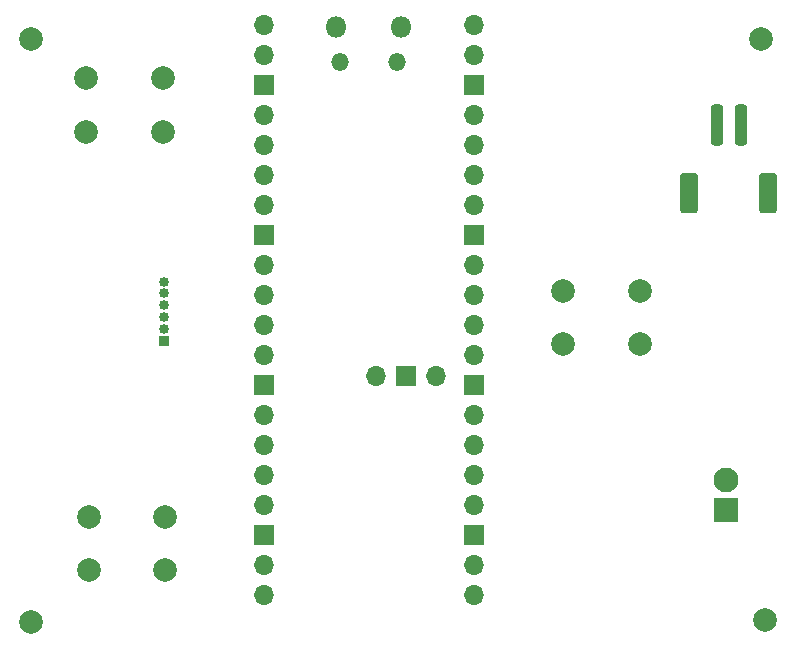
<source format=gbr>
%TF.GenerationSoftware,KiCad,Pcbnew,8.0.6*%
%TF.CreationDate,2024-11-19T20:55:52-06:00*%
%TF.ProjectId,speaker,73706561-6b65-4722-9e6b-696361645f70,rev?*%
%TF.SameCoordinates,Original*%
%TF.FileFunction,Soldermask,Bot*%
%TF.FilePolarity,Negative*%
%FSLAX46Y46*%
G04 Gerber Fmt 4.6, Leading zero omitted, Abs format (unit mm)*
G04 Created by KiCad (PCBNEW 8.0.6) date 2024-11-19 20:55:52*
%MOMM*%
%LPD*%
G01*
G04 APERTURE LIST*
G04 Aperture macros list*
%AMRoundRect*
0 Rectangle with rounded corners*
0 $1 Rounding radius*
0 $2 $3 $4 $5 $6 $7 $8 $9 X,Y pos of 4 corners*
0 Add a 4 corners polygon primitive as box body*
4,1,4,$2,$3,$4,$5,$6,$7,$8,$9,$2,$3,0*
0 Add four circle primitives for the rounded corners*
1,1,$1+$1,$2,$3*
1,1,$1+$1,$4,$5*
1,1,$1+$1,$6,$7*
1,1,$1+$1,$8,$9*
0 Add four rect primitives between the rounded corners*
20,1,$1+$1,$2,$3,$4,$5,0*
20,1,$1+$1,$4,$5,$6,$7,0*
20,1,$1+$1,$6,$7,$8,$9,0*
20,1,$1+$1,$8,$9,$2,$3,0*%
G04 Aperture macros list end*
%ADD10RoundRect,0.250000X0.250000X1.500000X-0.250000X1.500000X-0.250000X-1.500000X0.250000X-1.500000X0*%
%ADD11RoundRect,0.250001X0.499999X1.449999X-0.499999X1.449999X-0.499999X-1.449999X0.499999X-1.449999X0*%
%ADD12C,2.000000*%
%ADD13O,1.800000X1.800000*%
%ADD14O,1.500000X1.500000*%
%ADD15O,1.700000X1.700000*%
%ADD16R,1.700000X1.700000*%
%ADD17R,2.100000X2.100000*%
%ADD18C,2.100000*%
%ADD19R,0.850000X0.850000*%
%ADD20O,0.850000X0.850000*%
G04 APERTURE END LIST*
D10*
%TO.C,J2*%
X141100000Y-72300000D03*
X139100000Y-72300000D03*
D11*
X143450000Y-78050000D03*
X136750000Y-78050000D03*
%TD*%
D12*
%TO.C,H4*%
X143150000Y-114200000D03*
%TD*%
D13*
%TO.C,U1*%
X106885000Y-63960000D03*
D14*
X107185000Y-66990000D03*
X112035000Y-66990000D03*
D13*
X112335000Y-63960000D03*
D15*
X100720000Y-63830000D03*
X100720000Y-66370000D03*
D16*
X100720000Y-68910000D03*
D15*
X100720000Y-71450000D03*
X100720000Y-73990000D03*
X100720000Y-76530000D03*
X100720000Y-79070000D03*
D16*
X100720000Y-81610000D03*
D15*
X100720000Y-84150000D03*
X100720000Y-86690000D03*
X100720000Y-89230000D03*
X100720000Y-91770000D03*
D16*
X100720000Y-94310000D03*
D15*
X100720000Y-96850000D03*
X100720000Y-99390000D03*
X100720000Y-101930000D03*
X100720000Y-104470000D03*
D16*
X100720000Y-107010000D03*
D15*
X100720000Y-109550000D03*
X100720000Y-112090000D03*
X118500000Y-112090000D03*
X118500000Y-109550000D03*
D16*
X118500000Y-107010000D03*
D15*
X118500000Y-104470000D03*
X118500000Y-101930000D03*
X118500000Y-99390000D03*
X118500000Y-96850000D03*
D16*
X118500000Y-94310000D03*
D15*
X118500000Y-91770000D03*
X118500000Y-89230000D03*
X118500000Y-86690000D03*
X118500000Y-84150000D03*
D16*
X118500000Y-81610000D03*
D15*
X118500000Y-79070000D03*
X118500000Y-76530000D03*
X118500000Y-73990000D03*
X118500000Y-71450000D03*
D16*
X118500000Y-68910000D03*
D15*
X118500000Y-66370000D03*
X118500000Y-63830000D03*
X110194100Y-93560000D03*
D16*
X112734100Y-93560000D03*
D15*
X115274100Y-93560000D03*
%TD*%
D12*
%TO.C,On_Off1*%
X132550000Y-90850000D03*
X126050000Y-90850000D03*
X132550000Y-86350000D03*
X126050000Y-86350000D03*
%TD*%
D17*
%TO.C,J3*%
X139850000Y-104850000D03*
D18*
X139850000Y-102310000D03*
%TD*%
D12*
%TO.C,Vol_up1*%
X92200000Y-72850000D03*
X85700000Y-72850000D03*
X92200000Y-68350000D03*
X85700000Y-68350000D03*
%TD*%
%TO.C,H3*%
X81050000Y-114350000D03*
%TD*%
D19*
%TO.C,J1*%
X92275000Y-90550000D03*
D20*
X92275000Y-89550000D03*
X92275000Y-88549999D03*
X92275000Y-87550000D03*
X92275000Y-86550000D03*
X92275000Y-85550000D03*
%TD*%
D12*
%TO.C,H1*%
X81000600Y-64998600D03*
%TD*%
%TO.C,Vol_down1*%
X85900000Y-105450000D03*
X92400000Y-105450000D03*
X85900000Y-109950000D03*
X92400000Y-109950000D03*
%TD*%
%TO.C,H2*%
X142849600Y-64973200D03*
%TD*%
M02*

</source>
